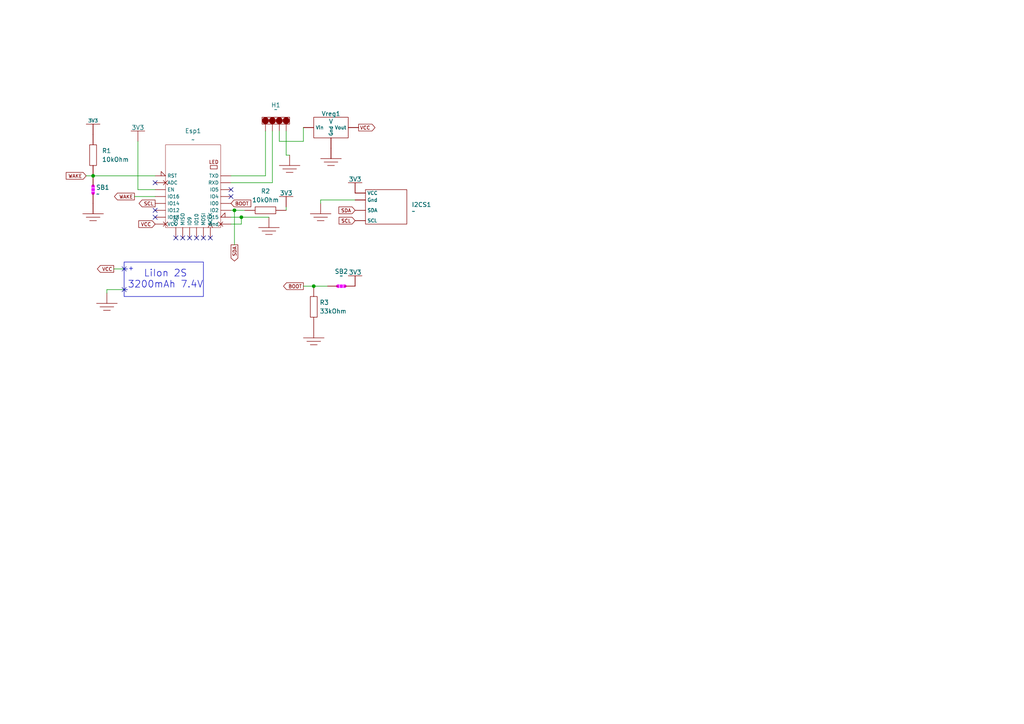
<source format=kicad_sch>
(kicad_sch (version 20231120) (generator "eeschema") (generator_version "8.0")
  (paper "A4")
  (lib_symbols
    (symbol "Resistor_1"
      (property "Reference" "R" (at 0 2 0))
      (property "Value" "Ohm" (at 0 0 0))
      (symbol "Resistor_1_0_1"
        (rectangle (start -3 1) (end 3 -1))
      )
      (symbol "Resistor_1_1_1"
        (pin passive line (at -6 0 0) (length 3) (name "") (number ""))
        (pin passive line (at 6 0 180) (length 3) (name "") (number ""))
      )
    )
    (symbol "Resistor_2"
      (property "Reference" "R" (at 0 2 0))
      (property "Value" "Ohm" (at 0 0 0))
      (symbol "Resistor_2_0_1"
        (rectangle (start -3 1) (end 3 -1))
      )
      (symbol "Resistor_2_1_1"
        (pin passive line (at -6 0 0) (length 3) (name "") (number ""))
        (pin passive line (at 6 0 180) (length 3) (name "") (number ""))
      )
    )
    (symbol "Solder_Bridge_1" (pin_numbers hide) (pin_names (offset 0) hide) (in_bom no)
      (property "Reference" "SB" (at 0 1 0))
      (symbol "Solder_Bridge_1_1_1"
        (rectangle (start -0.508 0.762) (end 0.508 -1.238) (stroke (width 0) (color 255 255 255 1)) (fill (type color) (color 255 255 255 1)))
        (polyline (pts (xy -1 0) (xy 1 0)) (stroke (width 1) (color 234 5 255 1)))
        (pin bidirectional line (at -4 0 0) (length 3) (name "") (number ""))
        (pin bidirectional line (at 4 0 180) (length 3) (name "") (number ""))
      )
    )
    (symbol "generic_esp:4xH"
      (property "Reference" "H" (at 0 0 0))
      (symbol "4xH_1_1"
        (rectangle (start -4 1) (end 4 -1))
        (circle (center -3 0) (radius 0.0001) (stroke (width 1)))
        (circle (center -1 0) (radius 0.0001) (stroke (width 1)))
        (circle (center 1 0) (radius 0.0001) (stroke (width 1)))
        (circle (center 3 0) (radius 0.0001) (stroke (width 1)))
        (pin passive line (at -3 3 270) (length 3) (name "") (number ""))
        (pin passive line (at -1 3 270) (length 3) (name "") (number ""))
        (pin passive line (at 1 3 270) (length 3) (name "") (number ""))
        (pin passive line (at 3 3 270) (length 3) (name "") (number ""))
      )
    )
    (symbol "generic_esp:Esp-12E"
      (property "Reference" "Esp" (at 0 9 0))
      (symbol "Esp-12E_0_1"
        (rectangle (start -8 12) (end 8 -12) (stroke (width 0.1)))
        (rectangle (start 7 6) (end 5 5))
      )
      (symbol "Esp-12E_1_1"
        (text "LED" (at 6 7 0) (effects (font (size 1 1))))
        (pin input non_logic (at -11 1 0) (length 3) (name "ADC") (number ""))
        (pin output line (at -5 -15 90) (length 3) (name "CS0") (number ""))
        (pin input line (at -11 -1 0) (length 3) (name "EN") (number ""))
        (pin power_in non_logic (at 11 -11 180) (length 3) (name "Gnd") (number ""))
        (pin input line (at 11 -5 180) (length 3) (name "IO0") (number ""))
        (pin bidirectional line (at 1 -15 90) (length 3) (name "IO10") (number ""))
        (pin bidirectional line (at -11 -7 0) (length 3) (name "IO12") (number ""))
        (pin bidirectional line (at -11 -9 0) (length 3) (name "IO13") (number ""))
        (pin bidirectional line (at -11 -5 0) (length 3) (name "IO14") (number ""))
        (pin input input_low (at 11 -9 180) (length 3) (name "IO15") (number ""))
        (pin bidirectional line (at -11 -3 0) (length 3) (name "IO16") (number ""))
        (pin input line (at 11 -7 180) (length 3) (name "IO2") (number ""))
        (pin bidirectional line (at 11 -3 180) (length 3) (name "IO4") (number ""))
        (pin bidirectional line (at 11 -1 180) (length 3) (name "IO5") (number ""))
        (pin bidirectional line (at -1 -15 90) (length 3) (name "IO9") (number ""))
        (pin input line (at -3 -15 90) (length 3) (name "MISO") (number ""))
        (pin input line (at 3 -15 90) (length 3) (name "MOSI") (number ""))
        (pin input input_low (at -11 3 0) (length 3) (name "RST") (number ""))
        (pin input line (at 11 1 180) (length 3) (name "RXD") (number ""))
        (pin output clock (at 5 -15 90) (length 3) (name "SCLK") (number ""))
        (pin output line (at 11 3 180) (length 3) (name "TXD") (number ""))
        (pin power_in non_logic (at -11 -11 0) (length 3) (name "VCC") (number ""))
      )
    )
    (symbol "generic_esp:Gnd" (power) (pin_numbers hide) (pin_names (offset 0) hide) (in_bom no) (on_board no)
      (symbol "Gnd_0_1"
        (polyline (pts (xy -3 0) (xy 3 0)))
        (polyline (pts (xy -2 -1) (xy 2 -1)))
        (polyline (pts (xy -1 -2) (xy 1 -2)))
      )
      (symbol "Gnd_1_1"
        (pin power_out line (at 0 3 270) (length 3) (name "") (number ""))
      )
    )
    (symbol "generic_esp:I2C_Mod"
      (property "Reference" "I2CS" (at 0 0 0))
      (symbol "I2C_Mod_0_1"
        (rectangle (start -6 5) (end 6 -5))
      )
      (symbol "I2C_Mod_1_1"
        (pin power_in line (at -9 2 0) (length 3) (name "Gnd") (number ""))
        (pin input line (at -9 -4 0) (length 3) (name "SCL") (number ""))
        (pin bidirectional line (at -9 -1 0) (length 3) (name "SDA") (number ""))
        (pin power_in line (at -9 4 0) (length 3) (name "VCC") (number ""))
      )
    )
    (symbol "generic_esp:Resistor"
      (property "Reference" "R" (at 0 2 0))
      (property "Value" "Ohm" (at 0 0 0))
      (symbol "Resistor_0_1"
        (rectangle (start -3 1) (end 3 -1))
      )
      (symbol "Resistor_1_1"
        (pin passive line (at -6 0 0) (length 3) (name "") (number ""))
        (pin passive line (at 6 0 180) (length 3) (name "") (number ""))
      )
    )
    (symbol "generic_esp:Solder_Bridge" (pin_numbers hide) (pin_names (offset 0) hide) (in_bom no)
      (property "Reference" "SB" (at 0 1 0))
      (symbol "Solder_Bridge_1_1"
        (rectangle (start -0.508 0.762) (end 0.508 -1.238) (stroke (width 0) (color 255 255 255 1)) (fill (type color) (color 255 255 255 1)))
        (polyline (pts (xy -1 0) (xy 1 0)) (stroke (width 1) (color 234 5 255 1)))
        (pin bidirectional line (at -4 0 0) (length 3) (name "") (number ""))
        (pin bidirectional line (at 4 0 180) (length 3) (name "") (number ""))
      )
    )
    (symbol "generic_esp:V" (power) (pin_numbers hide) (pin_names (offset 0) hide) (in_bom no) (on_board no)
      (property "Value" "V" (at 0 1 0))
      (symbol "V_0_1"
        (polyline (pts (xy -2 0) (xy 2 0)))
      )
      (symbol "V_1_1"
        (pin power_in line (at 0 -3 90) (length 3) (name "") (number ""))
      )
    )
    (symbol "generic_esp:Vreg"
      (property "Reference" "Vreg" (at 0 4 0))
      (property "Value" "V" (at 0 1.778 0))
      (symbol "Vreg_0_1"
        (rectangle (start -5 3) (end 5 -3))
      )
      (symbol "Vreg_1_1"
        (pin power_in line (at 0 -6 90) (length 3) (name "Gnd") (number ""))
        (pin power_in line (at -8 0 0) (length 3) (name "Vin") (number ""))
        (pin power_out line (at 8 0 180) (length 3) (name "Vout") (number ""))
      )
    )
  )
  (junction (at 91 83))
  (junction (at 27 51))
  (junction (at 68 61))
  (junction (at 70 63))
  (no_connect (at 57 69))
  (no_connect (at 45 53))
  (no_connect (at 55 69))
  (no_connect (at 53 69))
  (no_connect (at 61 69))
  (no_connect (at 45 61))
  (no_connect (at 67 55))
  (no_connect (at 36 84))
  (no_connect (at 51 69))
  (no_connect (at 59 69))
  (no_connect (at 36 78))
  (no_connect (at 67 57))
  (no_connect (at 45 63))
  (wire (pts (xy 91 83) (xy 95 83)))
  (wire (pts (xy 88 41) (xy 81 41)))
  (wire (pts (xy 25 51) (xy 27 51)))
  (wire (pts (xy 67 63) (xy 70 63)))
  (wire (pts (xy 103 58) (xy 93 58)))
  (wire (pts (xy 39 57) (xy 45 57)))
  (wire (pts (xy 27 51) (xy 45 51)))
  (wire (pts (xy 68 61) (xy 68 71)))
  (wire (pts (xy 67 61) (xy 68 61)))
  (wire (pts (xy 68 61) (xy 71 61)))
  (wire (pts (xy 31 84) (xy 31 85)))
  (wire (pts (xy 88 37) (xy 88 41)))
  (wire (pts (xy 83 45) (xy 84 45)))
  (wire (pts (xy 67 51) (xy 77 51)))
  (wire (pts (xy 70 63) (xy 78 63)))
  (wire (pts (xy 83 38) (xy 83 45)))
  (wire (pts (xy 40 41) (xy 40 55)))
  (wire (pts (xy 70 63) (xy 70 65)))
  (wire (pts (xy 79 53) (xy 79 38)))
  (wire (pts (xy 88 83) (xy 91 83)))
  (wire (pts (xy 67 65) (xy 70 65)))
  (wire (pts (xy 83 60) (xy 83 61)))
  (wire (pts (xy 45 55) (xy 40 55)))
  (wire (pts (xy 81 41) (xy 81 38)))
  (wire (pts (xy 93 58) (xy 93 59)))
  (wire (pts (xy 31 84) (xy 36 84)))
  (wire (pts (xy 67 53) (xy 79 53)))
  (wire (pts (xy 77 51) (xy 77 38)))
  (wire (pts (xy 33 78) (xy 36 78)))
  (rectangle (start 36 76) (end 59 86))
  (rectangle (start 36 84) (end 37 84))
  (rectangle (start 36 78) (end 37 78))
  (text "LiIon 2S\n3200mAh 7.4V" (at 48 81 0) (effects (font (size 2 2))))
  (text "+" (at 38 78 0) (effects (font (size 1.27 1.27))))
  (global_label "SDA" (shape input) (at 103 61 180) (effects (font (size 1 1))) (property "Intersheetrefs" "${INTERSHEET_REFS}" (effects (hide yes))))
  (global_label "WAKE" (shape input) (at 25 51 180) (effects (font (size 1 1))) (property "Intersheetrefs" "${INTERSHEET_REFS}" (effects (hide yes))))
  (global_label "WAKE" (shape output) (at 39 57 180) (effects (font (size 1 1))) (property "Intersheetrefs" "${INTERSHEET_REFS}" (effects (hide yes))))
  (global_label "VCC" (shape output) (at 33 78 180) (effects (font (size 1 1))) (property "Intersheetrefs" "${INTERSHEET_REFS}" (effects (hide yes))))
  (global_label "BOOT" (shape output) (at 88 83 180) (effects (font (size 1 1))) (property "Intersheetrefs" "${INTERSHEET_REFS}" (effects (hide yes))))
  (global_label "VCC" (shape input) (at 45 65 180) (effects (font (size 1 1))) (property "Intersheetrefs" "${INTERSHEET_REFS}" (effects (hide yes))))
  (global_label "SDA" (shape output) (at 68 71 270) (effects (font (size 1 1))) (property "Intersheetrefs" "${INTERSHEET_REFS}" (effects (hide yes))))
  (global_label "SCL" (shape output) (at 45 59 180) (effects (font (size 1 1))) (property "Intersheetrefs" "${INTERSHEET_REFS}" (effects (hide yes))))
  (global_label "SCL" (shape input) (at 103 64 180) (effects (font (size 1 1))) (property "Intersheetrefs" "${INTERSHEET_REFS}" (effects (hide yes))))
  (global_label "BOOT" (shape input) (at 67 59 0) (effects (font (size 1 1))) (property "Intersheetrefs" "${INTERSHEET_REFS}" (effects (hide yes))))
  (global_label "VCC" (shape output) (at 104 37 0) (effects (font (size 1 1))) (property "Intersheetrefs" "${INTERSHEET_REFS}" (effects (hide yes))))
  (symbol (lib_id "generic_esp:Vreg") (at 96 37 0) (unit 1)
    (property "Reference" "Vreg1" (at 96 33 0))
    (property "Value" "V" (at 96 35.222 0))
    (property "Footprint" "generic_esp:To252" (effects (hide yes)))
  )
  (symbol (lib_id "generic_esp:Gnd") (at 91 98 0) (unit 1) (in_bom no) (on_board no)
    (property "Reference" "#GND03" (effects (hide yes)))
    (property "Value" "Gnd" (effects (hide yes)))
  )
  (symbol (lib_id "generic_esp:Esp-12E") (at 56 54 0) (unit 1)
    (property "Reference" "Esp1" (at 56 37.97 0))
    (property "Value" "~" (at 56 40.51 0))
    (property "Footprint" "generic_esp:Esp-12E" (effects (hide yes)))
  )
  (symbol (lib_id "generic_esp:I2C_Mod") (at 112 60 0) (unit 1)
    (property "Reference" "I2CS1" (at 119.38 59.3649 0) (effects (justify left)))
    (property "Value" "~" (at 119.38 61.27 0) (effects (justify left)))
  )
  (symbol (lib_id "generic_esp:V") (at 103 53 0) (unit 1) (in_bom no) (on_board no)
    (property "Reference" "#VCC01" (effects (hide yes)))
    (property "Value" "3V3" (at 103 52 0))
  )
  (symbol (lib_id "generic_esp:V") (at 40 38 0) (unit 1) (in_bom no) (on_board no)
    (property "Reference" "#VCC02" (effects (hide yes)))
    (property "Value" "3V3" (at 40 37 0))
  )
  (symbol (lib_id "generic_esp:Gnd") (at 31 88 0) (unit 1) (in_bom no) (on_board no)
    (property "Reference" "#GND02" (effects (hide yes)))
    (property "Value" "Gnd" (effects (hide yes)))
  )
  (symbol (lib_id "generic_esp:4xH") (at 80 35 180) (unit 1)
    (property "Reference" "H1" (at 80 30.48 0))
    (property "Value" "~" (at 80 31.75 0))
    (property "Footprint" "generic_esp:4xHeader" (effects (hide yes)))
  )
  (symbol (lib_name "Resistor_1") (lib_id "generic_esp:Resistor") (at 77 61 0) (unit 1)
    (property "Reference" "R2" (at 77 55.46 0))
    (property "Value" "10kOhm" (at 77 58 0))
    (property "Footprint" "generic_esp:Resistor2012" (effects (hide yes)))
  )
  (symbol (lib_id "generic_esp:Gnd") (at 27 62 0) (unit 1) (in_bom no) (on_board no)
    (property "Reference" "#GND01" (effects (hide yes)))
    (property "Value" "Gnd" (effects (hide yes)))
  )
  (symbol (lib_id "generic_esp:V") (at 103 80 0) (unit 1) (in_bom no) (on_board no)
    (property "Reference" "#VCC02" (effects (hide yes)))
    (property "Value" "3V3" (at 103 79 0))
  )
  (symbol (lib_id "generic_esp:Gnd") (at 93 62 0) (unit 1) (in_bom no) (on_board no)
    (property "Reference" "#GND01" (effects (hide yes)))
    (property "Value" "Gnd" (effects (hide yes)))
  )
  (symbol (lib_name "Solder_Bridge_1") (lib_id "generic_esp:Solder_Bridge") (at 99 83 0) (unit 1) (in_bom no)
    (property "Reference" "SB2" (at 99 78.74 0))
    (property "Value" "~" (at 99 80.01 0))
    (property "Footprint" "generic_esp:SolderBridge" (effects (hide yes)))
  )
  (symbol (lib_id "generic_esp:V") (at 83 57 0) (unit 1) (in_bom no) (on_board no)
    (property "Reference" "#VCC03" (effects (hide yes)))
    (property "Value" "3V3" (at 83 56 0))
  )
  (symbol (lib_id "generic_esp:Gnd") (at 78 66 0) (unit 1) (in_bom no) (on_board no)
    (property "Reference" "#GND02" (effects (hide yes)))
    (property "Value" "Gnd" (effects (hide yes)))
  )
  (symbol (lib_id "generic_esp:Solder_Bridge") (at 27 55 90) (unit 1) (in_bom no)
    (property "Reference" "SB1" (at 27.83 54.3649 90) (effects (justify right)))
    (property "Value" "~" (at 27.83 56.27 90) (effects (justify right)))
    (property "Footprint" "generic_esp:SolderBridge" (effects (hide yes)))
  )
  (symbol (lib_id "generic_esp:Gnd") (at 96 46 0) (unit 1) (in_bom no) (on_board no)
    (property "Reference" "#GND04" (effects (hide yes)))
    (property "Value" "Gnd" (effects (hide yes)))
  )
  (symbol (lib_name "Resistor_2") (lib_id "generic_esp:Resistor") (at 91 89 270) (unit 1)
    (property "Reference" "R3" (at 92.71 87.7299 90) (effects (justify left)))
    (property "Value" "33kOhm" (at 92.71 90.2699 90) (effects (justify left)))
    (property "Footprint" "generic_esp:Resistor2012" (effects (hide yes)))
  )
  (symbol (lib_id "generic_esp:V") (at 27 36 0) (unit 1) (in_bom no) (on_board no)
    (property "Reference" "#VCC01" (effects (hide yes)))
    (property "Value" "3V3" (at 27 35 0) (effects (font (size 1 1))))
  )
  (symbol (lib_id "generic_esp:Resistor") (at 27 45 90) (unit 1)
    (property "Reference" "R1" (at 29.56 43.7299 90) (effects (justify right)))
    (property "Value" "10kOhm" (at 29.56 46.2699 90) (effects (justify right)))
    (property "Footprint" "generic_esp:Resistor2012" (effects (hide yes)))
  )
  (symbol (lib_id "generic_esp:Gnd") (at 84 48 0) (unit 1) (in_bom no) (on_board no)
    (property "Reference" "#GND03" (effects (hide yes)))
    (property "Value" "Gnd" (effects (hide yes)))
  )
)
</source>
